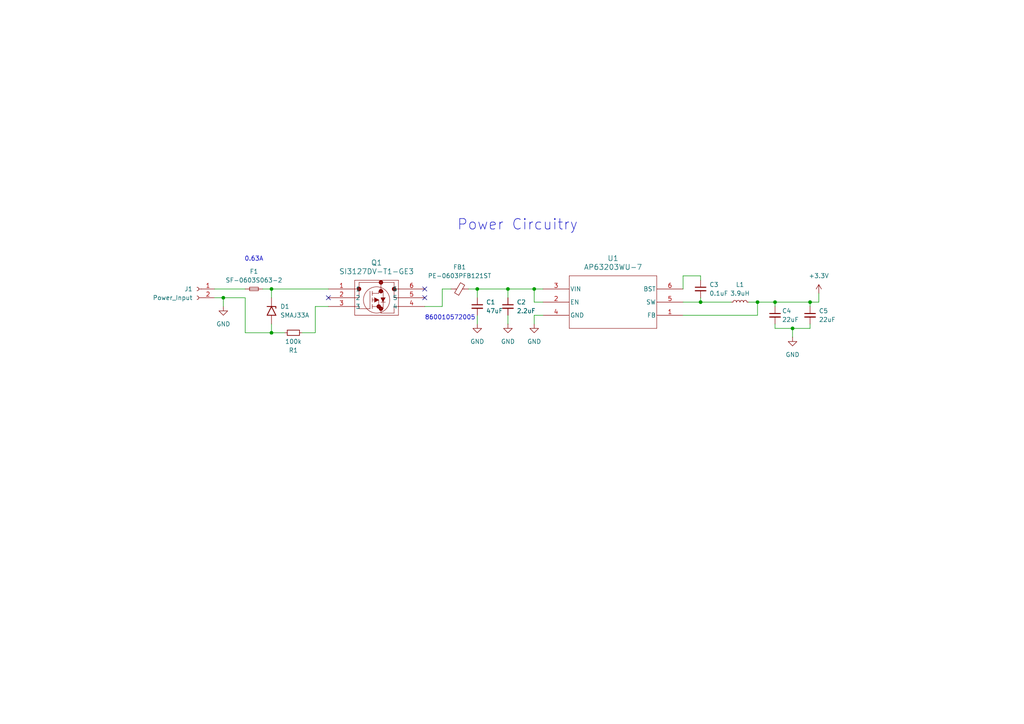
<source format=kicad_sch>
(kicad_sch (version 20231120) (generator "eeschema") (generator_version "8.0")
  (paper "A4")
  (lib_symbols
    (symbol "2025-11-24_03-17-46:SI3127DV-T1-GE3" (pin_names (offset 0.254))
      (property "Reference" "Q" (at 15.24 7.62 0))
      (property "Value" "SI3127DV-T1-GE3" (at 15.24 5.08 0))
      (symbol "SI3127DV-T1-GE3_0_1"
        (polyline (pts (xy 7.62 -7.62) (xy 20.32 -7.62)) (stroke (width 0.127)))
        (polyline (pts (xy 7.62 -2.54) (xy 8.89 -2.54)) (stroke (width 0.127)))
        (polyline (pts (xy 7.62 0) (xy 8.89 0)) (stroke (width 0.127)))
        (polyline (pts (xy 7.62 2.54) (xy 7.62 -7.62)) (stroke (width 0.127)))
        (polyline (pts (xy 8.89 -5.715) (xy 8.89 -5.08)) (stroke (width 0.127)))
        (polyline (pts (xy 8.89 -5.08) (xy 7.62 -5.08)) (stroke (width 0.127)))
        (polyline (pts (xy 8.89 1.905) (xy 8.89 -2.54)) (stroke (width 0.127)))
        (polyline (pts (xy 12.065 -5.715) (xy 8.89 -5.715)) (stroke (width 0.127)))
        (polyline (pts (xy 12.065 -5.715) (xy 12.065 -0.635)) (stroke (width 0.127)))
        (polyline (pts (xy 12.7 -5.715) (xy 12.7 -4.445)) (stroke (width 0.127)))
        (polyline (pts (xy 12.7 -5.08) (xy 14.605 -5.08)) (stroke (width 0.127)))
        (polyline (pts (xy 12.7 -3.81) (xy 12.7 -2.54)) (stroke (width 0.127)))
        (polyline (pts (xy 12.7 -1.905) (xy 12.7 -0.635)) (stroke (width 0.127)))
        (polyline (pts (xy 12.7 -1.27) (xy 14.605 -1.27)) (stroke (width 0.127)))
        (polyline (pts (xy 13.97 -3.175) (xy 12.7 -3.175)) (stroke (width 0.127)))
        (polyline (pts (xy 14.605 -5.715) (xy 14.605 -3.175)) (stroke (width 0.127)))
        (polyline (pts (xy 14.605 -5.715) (xy 15.875 -5.715)) (stroke (width 0.127)))
        (polyline (pts (xy 14.605 -1.27) (xy 14.605 -0.635)) (stroke (width 0.127)))
        (polyline (pts (xy 14.605 -0.635) (xy 15.875 -0.635)) (stroke (width 0.127)))
        (polyline (pts (xy 15.24 -6.985) (xy 15.24 -5.715)) (stroke (width 0.127)))
        (polyline (pts (xy 15.24 1.905) (xy 15.24 -0.635)) (stroke (width 0.127)))
        (polyline (pts (xy 15.875 -5.715) (xy 15.875 -3.81)) (stroke (width 0.127)))
        (polyline (pts (xy 15.875 -2.54) (xy 15.875 -0.635)) (stroke (width 0.127)))
        (polyline (pts (xy 16.51 -3.81) (xy 15.24 -3.81)) (stroke (width 0.127)))
        (polyline (pts (xy 19.05 -6.985) (xy 15.24 -6.985)) (stroke (width 0.127)))
        (polyline (pts (xy 19.05 -5.08) (xy 19.05 -6.985)) (stroke (width 0.127)))
        (polyline (pts (xy 19.05 -2.54) (xy 19.05 1.905)) (stroke (width 0.127)))
        (polyline (pts (xy 19.05 1.905) (xy 8.89 1.905)) (stroke (width 0.127)))
        (polyline (pts (xy 20.32 -7.62) (xy 20.32 2.54)) (stroke (width 0.127)))
        (polyline (pts (xy 20.32 -5.08) (xy 19.05 -5.08)) (stroke (width 0.127)))
        (polyline (pts (xy 20.32 -2.54) (xy 19.05 -2.54)) (stroke (width 0.127)))
        (polyline (pts (xy 20.32 0) (xy 19.05 0)) (stroke (width 0.127)))
        (polyline (pts (xy 20.32 2.54) (xy 7.62 2.54)) (stroke (width 0.127)))
        (polyline (pts (xy 13.335 -3.81) (xy 14.605 -3.175) (xy 13.335 -2.54)) (fill (type outline)))
        (polyline (pts (xy 16.51 -2.54) (xy 15.24 -2.54) (xy 15.875 -3.81)) (fill (type outline)))
        (circle (center 8.89 0) (radius 0.127) (stroke (width 0.508)))
        (circle (center 13.97 -3.175) (radius 3.81) (stroke (width 0.127)))
        (circle (center 14.605 -5.08) (radius 0.127) (stroke (width 0.508)))
        (circle (center 15.24 -5.715) (radius 0.127) (stroke (width 0.508)))
        (circle (center 15.24 -0.635) (radius 0.127) (stroke (width 0.508)))
        (circle (center 15.24 1.905) (radius 0.127) (stroke (width 0.508)))
        (circle (center 19.05 0) (radius 0.127) (stroke (width 0.508)))
        (pin unspecified line (at 0 0 0) (length 7.62) (name "1") (number "1"))
        (pin unspecified line (at 0 -2.54 0) (length 7.62) (name "2") (number "2"))
        (pin unspecified line (at 0 -5.08 0) (length 7.62) (name "3") (number "3"))
        (pin unspecified line (at 27.94 -5.08 180) (length 7.62) (name "4") (number "4"))
        (pin unspecified line (at 27.94 -2.54 180) (length 7.62) (name "5") (number "5"))
        (pin unspecified line (at 27.94 0 180) (length 7.62) (name "6") (number "6"))
      )
    )
    (symbol "2025-11-24_21-08-57:AP63203WU-7" (pin_names (offset 0.254))
      (property "Reference" "U1" (at 20.32 10.16 0))
      (property "Value" "AP63203WU-7" (at 20.32 7.62 0))
      (symbol "AP63203WU-7_0_1"
        (polyline (pts (xy 7.62 -10.16) (xy 33.02 -10.16)) (stroke (width 0.127)))
        (polyline (pts (xy 7.62 5.08) (xy 7.62 -10.16)) (stroke (width 0.127)))
        (polyline (pts (xy 33.02 -10.16) (xy 33.02 5.08)) (stroke (width 0.127)))
        (polyline (pts (xy 33.02 5.08) (xy 7.62 5.08)) (stroke (width 0.127)))
        (pin output line (at 40.64 -6.35 180) (length 7.62) (name "FB") (number "1"))
        (pin input line (at 0 -2.54 0) (length 7.62) (name "EN") (number "2"))
        (pin power_in line (at 0 1.27 0) (length 7.62) (name "VIN") (number "3"))
        (pin power_out line (at 0 -6.35 0) (length 7.62) (name "GND") (number "4"))
        (pin output line (at 40.64 -2.54 180) (length 7.62) (name "SW") (number "5"))
        (pin input line (at 40.64 1.27 180) (length 7.62) (name "BST") (number "6"))
      )
    )
    (symbol "Connector:Conn_01x02_Socket" (pin_names (offset 1.016) hide)
      (property "Reference" "J" (at 0 2.54 0))
      (property "Value" "Conn_01x02_Socket" (at 0 -5.08 0))
      (symbol "Conn_01x02_Socket_1_1"
        (arc (start 0 -2.032) (mid -0.5058 -2.54) (end 0 -3.048) (stroke (width 0.1524)))
        (polyline (pts (xy -1.27 -2.54) (xy -0.508 -2.54)) (stroke (width 0.1524)))
        (polyline (pts (xy -1.27 0) (xy -0.508 0)) (stroke (width 0.1524)))
        (arc (start 0 0.508) (mid -0.5058 0) (end 0 -0.508) (stroke (width 0.1524)))
        (pin passive line (at -5.08 0 0) (length 3.81) (name "Pin_1") (number "1"))
        (pin passive line (at -5.08 -2.54 0) (length 3.81) (name "Pin_2") (number "2"))
      )
    )
    (symbol "Device:C_Small" (pin_numbers hide) (pin_names (offset 0.254) hide)
      (property "Reference" "C" (at 0.254 1.778 0))
      (property "Value" "C_Small" (at 0.254 -2.032 0))
      (symbol "C_Small_0_1"
        (polyline (pts (xy -1.524 -0.508) (xy 1.524 -0.508)) (stroke (width 0.3302)))
        (polyline (pts (xy -1.524 0.508) (xy 1.524 0.508)) (stroke (width 0.3048)))
      )
      (symbol "C_Small_1_1"
        (pin passive line (at 0 2.54 270) (length 2.032) (name "~") (number "1"))
        (pin passive line (at 0 -2.54 90) (length 2.032) (name "~") (number "2"))
      )
    )
    (symbol "Device:FerriteBead_Small" (pin_numbers hide) (pin_names (offset 0))
      (property "Reference" "FB" (at 1.905 1.27 0))
      (property "Value" "FerriteBead_Small" (at 1.905 -1.27 0))
      (symbol "FerriteBead_Small_0_1"
        (polyline (pts (xy 0 -1.27) (xy 0 -0.7874)))
        (polyline (pts (xy 0 0.889) (xy 0 1.2954)))
        (polyline (pts (xy -1.8288 0.2794) (xy -1.1176 1.4986) (xy 1.8288 -0.2032) (xy 1.1176 -1.4224) (xy -1.8288 0.2794)))
      )
      (symbol "FerriteBead_Small_1_1"
        (pin passive line (at 0 2.54 270) (length 1.27) (name "~") (number "1"))
        (pin passive line (at 0 -2.54 90) (length 1.27) (name "~") (number "2"))
      )
    )
    (symbol "Device:Fuse_Small" (pin_numbers hide) (pin_names (offset 0.254) hide)
      (property "Reference" "F" (at 0 -1.524 0))
      (property "Value" "Fuse_Small" (at 0 1.524 0))
      (symbol "Fuse_Small_0_1"
        (rectangle (start -1.27 0.508) (end 1.27 -0.508))
        (polyline (pts (xy -1.27 0) (xy 1.27 0)))
      )
      (symbol "Fuse_Small_1_1"
        (pin passive line (at -2.54 0 0) (length 1.27) (name "~") (number "1"))
        (pin passive line (at 2.54 0 180) (length 1.27) (name "~") (number "2"))
      )
    )
    (symbol "Device:L_Small" (pin_numbers hide) (pin_names (offset 0.254) hide)
      (property "Reference" "L" (at 0.762 1.016 0))
      (property "Value" "L_Small" (at 0.762 -1.016 0))
      (symbol "L_Small_0_1"
        (arc (start 0 -2.032) (mid 0.5058 -1.524) (end 0 -1.016))
        (arc (start 0 -1.016) (mid 0.5058 -0.508) (end 0 0))
        (arc (start 0 0) (mid 0.5058 0.508) (end 0 1.016))
        (arc (start 0 1.016) (mid 0.5058 1.524) (end 0 2.032))
      )
      (symbol "L_Small_1_1"
        (pin passive line (at 0 2.54 270) (length 0.508) (name "~") (number "1"))
        (pin passive line (at 0 -2.54 90) (length 0.508) (name "~") (number "2"))
      )
    )
    (symbol "Device:R_Small" (pin_numbers hide) (pin_names (offset 0.254) hide)
      (property "Reference" "R" (at 0.762 0.508 0))
      (property "Value" "R_Small" (at 0.762 -1.016 0))
      (symbol "R_Small_0_1"
        (rectangle (start -0.762 1.778) (end 0.762 -1.778) (stroke (width 0.2032)))
      )
      (symbol "R_Small_1_1"
        (pin passive line (at 0 2.54 270) (length 0.762) (name "~") (number "1"))
        (pin passive line (at 0 -2.54 90) (length 0.762) (name "~") (number "2"))
      )
    )
    (symbol "Diode:SMAJ30A" (pin_numbers hide) (pin_names (offset 1.016) hide)
      (property "Reference" "D" (at 0 2.54 0))
      (property "Value" "SMAJ30A" (at 0 -2.54 0))
      (symbol "SMAJ30A_0_1"
        (polyline (pts (xy -0.762 1.27) (xy -1.27 1.27) (xy -1.27 -1.27)) (stroke (width 0.254)))
        (polyline (pts (xy 1.27 1.27) (xy 1.27 -1.27) (xy -1.27 0) (xy 1.27 1.27)) (stroke (width 0.254)))
      )
      (symbol "SMAJ30A_1_1"
        (pin passive line (at -3.81 0 0) (length 2.54) (name "A1") (number "1"))
        (pin passive line (at 3.81 0 180) (length 2.54) (name "A2") (number "2"))
      )
    )
    (symbol "power:+3.3V" (power) (pin_numbers hide) (pin_names (offset 0) hide)
      (property "Value" "+3.3V" (at 0 3.556 0))
      (symbol "+3.3V_0_1"
        (polyline (pts (xy -0.762 1.27) (xy 0 2.54)))
        (polyline (pts (xy 0 0) (xy 0 2.54)))
        (polyline (pts (xy 0 2.54) (xy 0.762 1.27)))
      )
      (symbol "+3.3V_1_1"
        (pin power_in line (at 0 0 90) (length 0) (name "~") (number "1"))
      )
    )
    (symbol "power:GND" (power) (pin_numbers hide) (pin_names (offset 0) hide)
      (property "Value" "GND" (at 0 -3.81 0))
      (symbol "GND_0_1"
        (polyline (pts (xy 0 0) (xy 0 -1.27) (xy 1.27 -1.27) (xy 0 -2.54) (xy -1.27 -1.27) (xy 0 -1.27)))
      )
      (symbol "GND_1_1"
        (pin power_in line (at 0 0 270) (length 0) (name "~") (number "1"))
      )
    )
  )
  (junction (at 154.94 83.82))
  (junction (at 219.71 87.63))
  (junction (at 234.95 87.63))
  (junction (at 64.77 86.36))
  (junction (at 78.74 96.52))
  (junction (at 78.74 83.82))
  (junction (at 147.32 83.82))
  (junction (at 229.87 95.25))
  (junction (at 203.2 87.63))
  (junction (at 224.79 87.63))
  (junction (at 138.43 83.82))
  (no_connect (at 123.19 86.36))
  (no_connect (at 123.19 83.82))
  (no_connect (at 95.25 86.36))
  (wire (pts (xy 157.48 91.44) (xy 154.94 91.44)))
  (wire (pts (xy 138.43 83.82) (xy 147.32 83.82)))
  (wire (pts (xy 234.95 87.63) (xy 234.95 88.9)))
  (wire (pts (xy 203.2 87.63) (xy 212.09 87.63)))
  (wire (pts (xy 91.44 88.9) (xy 95.25 88.9)))
  (wire (pts (xy 154.94 87.63) (xy 154.94 83.82)))
  (wire (pts (xy 203.2 86.36) (xy 203.2 87.63)))
  (wire (pts (xy 76.2 83.82) (xy 78.74 83.82)))
  (wire (pts (xy 147.32 91.44) (xy 147.32 93.98)))
  (wire (pts (xy 154.94 83.82) (xy 157.48 83.82)))
  (wire (pts (xy 224.79 87.63) (xy 234.95 87.63)))
  (wire (pts (xy 78.74 83.82) (xy 78.74 86.36)))
  (wire (pts (xy 87.63 96.52) (xy 91.44 96.52)))
  (wire (pts (xy 78.74 96.52) (xy 71.12 96.52)))
  (wire (pts (xy 198.12 80.01) (xy 203.2 80.01)))
  (wire (pts (xy 138.43 91.44) (xy 138.43 93.98)))
  (wire (pts (xy 217.17 87.63) (xy 219.71 87.63)))
  (wire (pts (xy 224.79 93.98) (xy 224.79 95.25)))
  (wire (pts (xy 234.95 87.63) (xy 237.49 87.63)))
  (wire (pts (xy 64.77 86.36) (xy 64.77 88.9)))
  (wire (pts (xy 203.2 80.01) (xy 203.2 81.28)))
  (wire (pts (xy 62.23 83.82) (xy 71.12 83.82)))
  (wire (pts (xy 138.43 83.82) (xy 138.43 86.36)))
  (wire (pts (xy 237.49 85.09) (xy 237.49 87.63)))
  (wire (pts (xy 224.79 87.63) (xy 224.79 88.9)))
  (wire (pts (xy 91.44 96.52) (xy 91.44 88.9)))
  (wire (pts (xy 71.12 96.52) (xy 71.12 86.36)))
  (wire (pts (xy 71.12 86.36) (xy 64.77 86.36)))
  (wire (pts (xy 234.95 93.98) (xy 234.95 95.25)))
  (wire (pts (xy 154.94 91.44) (xy 154.94 93.98)))
  (wire (pts (xy 62.23 86.36) (xy 64.77 86.36)))
  (wire (pts (xy 147.32 86.36) (xy 147.32 83.82)))
  (wire (pts (xy 198.12 91.44) (xy 219.71 91.44)))
  (wire (pts (xy 219.71 91.44) (xy 219.71 87.63)))
  (wire (pts (xy 198.12 87.63) (xy 203.2 87.63)))
  (wire (pts (xy 147.32 83.82) (xy 154.94 83.82)))
  (wire (pts (xy 128.27 88.9) (xy 128.27 83.82)))
  (wire (pts (xy 224.79 95.25) (xy 229.87 95.25)))
  (wire (pts (xy 234.95 95.25) (xy 229.87 95.25)))
  (wire (pts (xy 123.19 88.9) (xy 128.27 88.9)))
  (wire (pts (xy 198.12 80.01) (xy 198.12 83.82)))
  (wire (pts (xy 135.89 83.82) (xy 138.43 83.82)))
  (wire (pts (xy 78.74 83.82) (xy 95.25 83.82)))
  (wire (pts (xy 78.74 96.52) (xy 82.55 96.52)))
  (wire (pts (xy 157.48 87.63) (xy 154.94 87.63)))
  (wire (pts (xy 219.71 87.63) (xy 224.79 87.63)))
  (wire (pts (xy 229.87 95.25) (xy 229.87 97.79)))
  (wire (pts (xy 128.27 83.82) (xy 130.81 83.82)))
  (wire (pts (xy 78.74 96.52) (xy 78.74 93.98)))
  (text "0.63A" (at 73.66 75.184 0) (effects (font (size 1.27 1.27))))
  (text "860010572005" (at 130.556 92.202 0) (effects (font (size 1.27 1.27))))
  (text "Power Circuitry" (at 150.114 65.278 0) (effects (font (size 3.048 3.048))))
  (symbol (lib_id "Device:C_Small") (at 203.2 83.82 0) (unit 1)
    (property "Reference" "C3" (at 205.74 82.5562 0) (effects (justify left)))
    (property "Value" "0.1uF" (at 205.74 85.0962 0) (effects (justify left)))
    (property "Footprint" "Capacitor_SMD:C_0805_2012Metric_Pad1.18x1.45mm_HandSolder" (effects (hide yes)))
    (property "Description" "Unpolarized capacitor, small symbol" (effects (hide yes)))
  )
  (symbol (lib_id "Device:C_Small") (at 234.95 91.44 0) (unit 1)
    (property "Reference" "C5" (at 237.49 90.1762 0) (effects (justify left)))
    (property "Value" "22uF" (at 237.49 92.7162 0) (effects (justify left)))
    (property "Footprint" "Capacitor_SMD:C_1206_3216Metric_Pad1.33x1.80mm_HandSolder" (effects (hide yes)))
    (property "Description" "Unpolarized capacitor, small symbol" (effects (hide yes)))
  )
  (symbol (lib_id "Device:R_Small") (at 85.09 96.52 90) (mirror x) (unit 1)
    (property "Reference" "R1" (at 85.09 101.6 90))
    (property "Value" "100k" (at 85.09 99.06 90))
    (property "Footprint" "Resistor_SMD:R_0805_2012Metric_Pad1.20x1.40mm_HandSolder" (effects (hide yes)))
    (property "Description" "Resistor, small symbol" (effects (hide yes)))
  )
  (symbol (lib_id "2025-11-24_03-17-46:SI3127DV-T1-GE3") (at 95.25 83.82 0) (unit 1)
    (property "Reference" "Q1" (at 109.22 76.2 0) (effects (font (size 1.524 1.524))))
    (property "Value" "SI3127DV-T1-GE3" (at 109.22 78.74 0) (effects (font (size 1.524 1.524))))
    (property "Footprint" "footprints:TSOP-6L_VIS" (effects (hide yes)))
    (property "Datasheet" "https://www.vishay.com/doc?64282" (effects (hide yes)))
  )
  (symbol (lib_id "Device:C_Small") (at 224.79 91.44 0) (unit 1)
    (property "Reference" "C4" (at 226.822 90.17 0) (effects (justify left)))
    (property "Value" "22uF" (at 226.822 92.71 0) (effects (justify left)))
    (property "Footprint" "Capacitor_SMD:C_1206_3216Metric_Pad1.33x1.80mm_HandSolder" (effects (hide yes)))
    (property "Description" "Unpolarized capacitor, small symbol" (effects (hide yes)))
  )
  (symbol (lib_id "power:GND") (at 138.43 93.98 0) (unit 1)
    (property "Reference" "#PWR02" (effects (hide yes)))
    (property "Value" "GND" (at 138.43 99.06 0))
    (property "Description" "Power symbol creates a global label with name \"GND\" , ground" (effects (hide yes)))
  )
  (symbol (lib_id "Diode:SMAJ30A") (at 78.74 90.17 270) (unit 1)
    (property "Reference" "D1" (at 81.28 88.8999 90) (effects (justify left)))
    (property "Value" "SMAJ33A" (at 81.28 91.4399 90) (effects (justify left)))
    (property "Footprint" "Diode_SMD:D_SMA" (effects (hide yes)))
    (property "Datasheet" "https://www.littelfuse.com/media?resourcetype=datasheets&itemid=75e32973-b177-4ee3-a0ff-cedaf1abdb93&filename=smaj-datasheet" (effects (hide yes)))
    (property "Description" "400W unidirectional Transient Voltage Suppressor, 30.0Vr, SMA(DO-214AC)" (effects (hide yes)))
  )
  (symbol (lib_id "Connector:Conn_01x02_Socket") (at 57.15 83.82 0) (mirror y) (unit 1)
    (property "Reference" "J1" (at 55.88 83.8199 0) (effects (justify left)))
    (property "Value" "Power_Input" (at 55.88 86.3599 0) (effects (justify left)))
    (property "Footprint" "TerminalBlock:TerminalBlock_Xinya_XY308-2.54-2P_1x02_P2.54mm_Horizontal" (effects (hide yes)))
    (property "Description" "Generic connector, single row, 01x02, script generated" (effects (hide yes)))
  )
  (symbol (lib_id "power:GND") (at 229.87 97.79 0) (unit 1)
    (property "Reference" "#PWR05" (effects (hide yes)))
    (property "Value" "GND" (at 229.87 102.87 0))
    (property "Description" "Power symbol creates a global label with name \"GND\" , ground" (effects (hide yes)))
  )
  (symbol (lib_id "power:+3.3V") (at 237.49 85.09 0) (unit 1)
    (property "Reference" "#PWR06" (effects (hide yes)))
    (property "Value" "+3.3V" (at 237.49 80.01 0))
    (property "Description" "Power symbol creates a global label with name \"+3.3V\"" (effects (hide yes)))
  )
  (symbol (lib_id "power:GND") (at 154.94 93.98 0) (unit 1)
    (property "Reference" "#PWR04" (effects (hide yes)))
    (property "Value" "GND" (at 154.94 99.06 0))
    (property "Description" "Power symbol creates a global label with name \"GND\" , ground" (effects (hide yes)))
  )
  (symbol (lib_id "power:GND") (at 147.32 93.98 0) (unit 1)
    (property "Reference" "#PWR03" (effects (hide yes)))
    (property "Value" "GND" (at 147.32 99.06 0))
    (property "Description" "Power symbol creates a global label with name \"GND\" , ground" (effects (hide yes)))
  )
  (symbol (lib_id "Device:C_Small") (at 147.32 88.9 0) (unit 1)
    (property "Reference" "C2" (at 149.86 87.6362 0) (effects (justify left)))
    (property "Value" "2.2uF" (at 149.86 90.1762 0) (effects (justify left)))
    (property "Footprint" "Capacitor_SMD:C_0805_2012Metric_Pad1.18x1.45mm_HandSolder" (effects (hide yes)))
    (property "Description" "Unpolarized capacitor, small symbol" (effects (hide yes)))
  )
  (symbol (lib_id "Device:FerriteBead_Small") (at 133.35 83.82 90) (unit 1)
    (property "Reference" "FB1" (at 133.3119 77.47 90))
    (property "Value" "PE-0603PFB121ST" (at 133.3119 80.01 90))
    (property "Footprint" "Capacitor_SMD:C_0603_1608Metric_Pad1.08x0.95mm_HandSolder" (effects (hide yes)))
    (property "Description" "Ferrite bead, small symbol" (effects (hide yes)))
  )
  (symbol (lib_id "power:GND") (at 64.77 88.9 0) (mirror y) (unit 1)
    (property "Reference" "#PWR01" (effects (hide yes)))
    (property "Value" "GND" (at 64.77 93.98 0))
    (property "Description" "Power symbol creates a global label with name \"GND\" , ground" (effects (hide yes)))
  )
  (symbol (lib_id "Device:Fuse_Small") (at 73.66 83.82 0) (unit 1)
    (property "Reference" "F1" (at 73.66 78.74 0))
    (property "Value" "SF-0603S063-2" (at 73.66 81.28 0))
    (property "Footprint" "Fuse:Fuse_0603_1608Metric_Pad1.05x0.95mm_HandSolder" (effects (hide yes)))
    (property "Description" "Fuse, small symbol" (effects (hide yes)))
  )
  (symbol (lib_id "Device:L_Small") (at 214.63 87.63 90) (unit 1)
    (property "Reference" "L1" (at 214.63 82.55 90))
    (property "Value" "3.9uH" (at 214.63 85.09 90))
    (property "Footprint" "footprints:IND_VLS6045EX-6R8M" (effects (hide yes)))
    (property "Description" "Inductor, small symbol" (effects (hide yes)))
  )
  (symbol (lib_id "2025-11-24_21-08-57:AP63203WU-7") (at 157.48 85.09 0) (unit 1)
    (property "Reference" "U1" (at 177.8 74.93 0) (effects (font (size 1.524 1.524))))
    (property "Value" "AP63203WU-7" (at 177.8 77.47 0) (effects (font (size 1.524 1.524))))
    (property "Footprint" "footprints:SOT-23-THIN-6_DDC_TEX" (effects (hide yes)))
    (property "Datasheet" "AP63203WU-7" (effects (hide yes)))
  )
  (symbol (lib_id "Device:C_Small") (at 138.43 88.9 0) (unit 1)
    (property "Reference" "C1" (at 140.97 87.6362 0) (effects (justify left)))
    (property "Value" "47uF" (at 140.97 90.1762 0) (effects (justify left)))
    (property "Footprint" "Capacitor_THT:CP_Radial_D5.0mm_P2.00mm" (effects (hide yes)))
    (property "Description" "Unpolarized capacitor, small symbol" (effects (hide yes)))
  )
)
</source>
